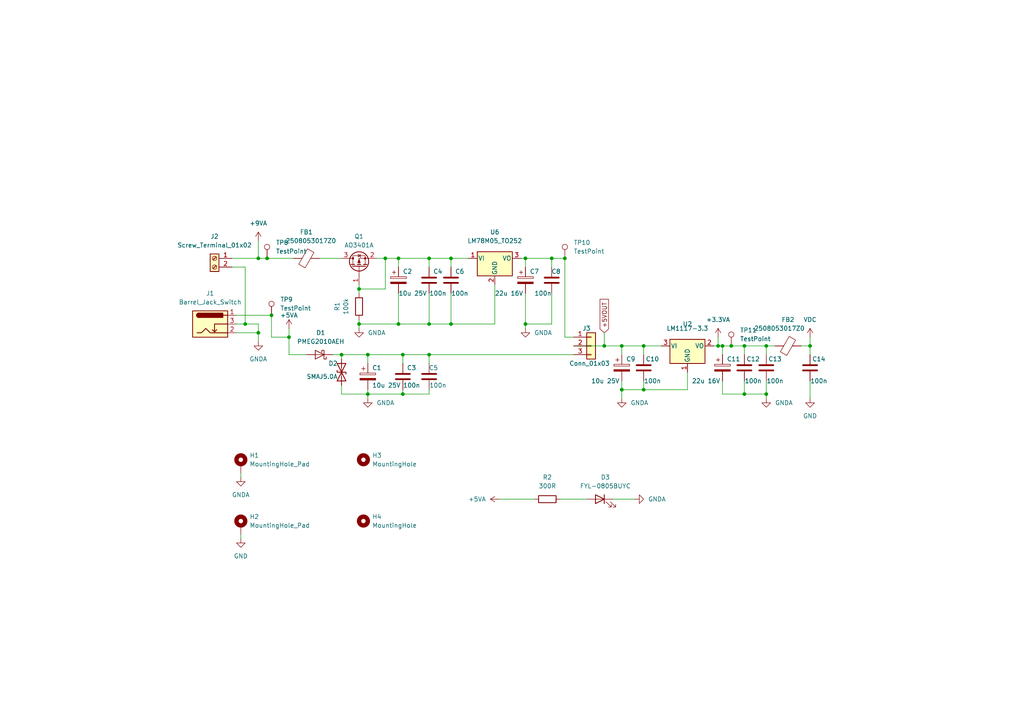
<source format=kicad_sch>
(kicad_sch (version 20211123) (generator eeschema)
  (paper "A4")
  (lib_symbols
    (symbol "Connector:Barrel_Jack_Switch" (pin_names hide)
      (property "Reference" "J" (at 0 5.334 0))
      (property "Value" "Barrel_Jack_Switch" (at 0 -5.08 0))
      (symbol "Barrel_Jack_Switch_0_1"
        (rectangle (start -5.08 3.81) (end 5.08 -3.81) (stroke (width 0.254)) (fill (type background)))
        (arc (start -3.302 3.175) (mid -3.937 2.54) (end -3.302 1.905) (stroke (width 0.254)))
        (arc (start -3.302 3.175) (mid -3.937 2.54) (end -3.302 1.905) (stroke (width 0.254)) (fill (type outline)))
        (polyline (pts (xy 1.27 -2.286) (xy 1.905 -1.651)) (stroke (width 0.254)))
        (polyline (pts (xy 5.08 2.54) (xy 3.81 2.54)) (stroke (width 0.254)))
        (polyline (pts (xy 5.08 0) (xy 1.27 0) (xy 1.27 -2.286) (xy 0.635 -1.651)) (stroke (width 0.254)))
        (polyline (pts (xy -3.81 -2.54) (xy -2.54 -2.54) (xy -1.27 -1.27) (xy 0 -2.54) (xy 2.54 -2.54) (xy 5.08 -2.54)) (stroke (width 0.254)))
        (rectangle (start 3.683 3.175) (end -3.302 1.905) (stroke (width 0.254)) (fill (type outline)))
      )
      (symbol "Barrel_Jack_Switch_1_1"
        (pin passive line (at 7.62 2.54 180) (length 2.54) (name "~") (number "1"))
        (pin passive line (at 7.62 -2.54 180) (length 2.54) (name "~") (number "2"))
        (pin passive line (at 7.62 0 180) (length 2.54) (name "~") (number "3"))
      )
    )
    (symbol "Connector:Screw_Terminal_01x02" (pin_names (offset 1.016) hide)
      (property "Reference" "J" (at 0 2.54 0))
      (property "Value" "Screw_Terminal_01x02" (at 0 -5.08 0))
      (symbol "Screw_Terminal_01x02_1_1"
        (rectangle (start -1.27 1.27) (end 1.27 -3.81) (stroke (width 0.254)) (fill (type background)))
        (circle (center 0 -2.54) (radius 0.635) (stroke (width 0.1524)))
        (polyline (pts (xy -0.5334 -2.2098) (xy 0.3302 -3.048)) (stroke (width 0.1524)))
        (polyline (pts (xy -0.5334 0.3302) (xy 0.3302 -0.508)) (stroke (width 0.1524)))
        (polyline (pts (xy -0.3556 -2.032) (xy 0.508 -2.8702)) (stroke (width 0.1524)))
        (polyline (pts (xy -0.3556 0.508) (xy 0.508 -0.3302)) (stroke (width 0.1524)))
        (circle (center 0 0) (radius 0.635) (stroke (width 0.1524)))
        (pin passive line (at -5.08 0 0) (length 3.81) (name "Pin_1") (number "1"))
        (pin passive line (at -5.08 -2.54 0) (length 3.81) (name "Pin_2") (number "2"))
      )
    )
    (symbol "Connector:TestPoint" (pin_numbers hide) (pin_names (offset 0.762) hide)
      (property "Reference" "TP" (at 0 6.858 0))
      (property "Value" "TestPoint" (at 0 5.08 0))
      (symbol "TestPoint_0_1"
        (circle (center 0 3.302) (radius 0.762))
      )
      (symbol "TestPoint_1_1"
        (pin passive line (at 0 0 90) (length 2.54) (name "1") (number "1"))
      )
    )
    (symbol "Connector_Generic:Conn_01x03" (pin_names (offset 1.016) hide)
      (property "Reference" "J" (at 0 5.08 0))
      (property "Value" "Conn_01x03" (at 0 -5.08 0))
      (symbol "Conn_01x03_1_1"
        (rectangle (start -1.27 -2.413) (end 0 -2.667) (stroke (width 0.1524)))
        (rectangle (start -1.27 0.127) (end 0 -0.127) (stroke (width 0.1524)))
        (rectangle (start -1.27 2.667) (end 0 2.413) (stroke (width 0.1524)))
        (rectangle (start -1.27 3.81) (end 1.27 -3.81) (stroke (width 0.254)) (fill (type background)))
        (pin passive line (at -5.08 2.54 0) (length 3.81) (name "Pin_1") (number "1"))
        (pin passive line (at -5.08 0 0) (length 3.81) (name "Pin_2") (number "2"))
        (pin passive line (at -5.08 -2.54 0) (length 3.81) (name "Pin_3") (number "3"))
      )
    )
    (symbol "Device:C" (pin_numbers hide) (pin_names (offset 0.254))
      (property "Reference" "C" (at 0.635 2.54 0))
      (property "Value" "C" (at 0.635 -2.54 0))
      (symbol "C_0_1"
        (polyline (pts (xy -2.032 -0.762) (xy 2.032 -0.762)) (stroke (width 0.508)))
        (polyline (pts (xy -2.032 0.762) (xy 2.032 0.762)) (stroke (width 0.508)))
      )
      (symbol "C_1_1"
        (pin passive line (at 0 3.81 270) (length 2.794) (name "~") (number "1"))
        (pin passive line (at 0 -3.81 90) (length 2.794) (name "~") (number "2"))
      )
    )
    (symbol "Device:C_Polarized" (pin_numbers hide) (pin_names (offset 0.254))
      (property "Reference" "C" (at 0.635 2.54 0))
      (property "Value" "C_Polarized" (at 0.635 -2.54 0))
      (symbol "C_Polarized_0_1"
        (rectangle (start -2.286 0.508) (end 2.286 1.016))
        (polyline (pts (xy -1.778 2.286) (xy -0.762 2.286)))
        (polyline (pts (xy -1.27 2.794) (xy -1.27 1.778)))
        (rectangle (start 2.286 -0.508) (end -2.286 -1.016) (fill (type outline)))
      )
      (symbol "C_Polarized_1_1"
        (pin passive line (at 0 3.81 270) (length 2.794) (name "~") (number "1"))
        (pin passive line (at 0 -3.81 90) (length 2.794) (name "~") (number "2"))
      )
    )
    (symbol "Device:D_TVS" (pin_numbers hide) (pin_names (offset 1.016) hide)
      (property "Reference" "D" (at 0 2.54 0))
      (property "Value" "D_TVS" (at 0 -2.54 0))
      (symbol "D_TVS_0_1"
        (polyline (pts (xy 1.27 0) (xy -1.27 0)))
        (polyline (pts (xy 0.508 1.27) (xy 0 1.27) (xy 0 -1.27) (xy -0.508 -1.27)) (stroke (width 0.254)))
        (polyline (pts (xy -2.54 1.27) (xy -2.54 -1.27) (xy 2.54 1.27) (xy 2.54 -1.27) (xy -2.54 1.27)) (stroke (width 0.254)))
      )
      (symbol "D_TVS_1_1"
        (pin passive line (at -3.81 0 0) (length 2.54) (name "A1") (number "1"))
        (pin passive line (at 3.81 0 180) (length 2.54) (name "A2") (number "2"))
      )
    )
    (symbol "Device:FerriteBead" (pin_numbers hide) (pin_names (offset 0))
      (property "Reference" "FB" (at -3.81 0.635 90))
      (property "Value" "FerriteBead" (at 3.81 0 90))
      (symbol "FerriteBead_0_1"
        (polyline (pts (xy 0 -1.27) (xy 0 -1.2192)))
        (polyline (pts (xy 0 1.27) (xy 0 1.2954)))
        (polyline (pts (xy -2.7686 0.4064) (xy -1.7018 2.2606) (xy 2.7686 -0.3048) (xy 1.6764 -2.159) (xy -2.7686 0.4064)))
      )
      (symbol "FerriteBead_1_1"
        (pin passive line (at 0 3.81 270) (length 2.54) (name "~") (number "1"))
        (pin passive line (at 0 -3.81 90) (length 2.54) (name "~") (number "2"))
      )
    )
    (symbol "Device:LED" (pin_numbers hide) (pin_names (offset 1.016) hide)
      (property "Reference" "D" (at 0 2.54 0))
      (property "Value" "LED" (at 0 -2.54 0))
      (symbol "LED_0_1"
        (polyline (pts (xy -1.27 -1.27) (xy -1.27 1.27)) (stroke (width 0.254)))
        (polyline (pts (xy -1.27 0) (xy 1.27 0)))
        (polyline (pts (xy 1.27 -1.27) (xy 1.27 1.27) (xy -1.27 0) (xy 1.27 -1.27)) (stroke (width 0.254)))
        (polyline (pts (xy -3.048 -0.762) (xy -4.572 -2.286) (xy -3.81 -2.286) (xy -4.572 -2.286) (xy -4.572 -1.524)))
        (polyline (pts (xy -1.778 -0.762) (xy -3.302 -2.286) (xy -2.54 -2.286) (xy -3.302 -2.286) (xy -3.302 -1.524)))
      )
      (symbol "LED_1_1"
        (pin passive line (at -3.81 0 0) (length 2.54) (name "K") (number "1"))
        (pin passive line (at 3.81 0 180) (length 2.54) (name "A") (number "2"))
      )
    )
    (symbol "Device:R" (pin_numbers hide) (pin_names (offset 0))
      (property "Reference" "R" (at 2.032 0 90))
      (property "Value" "R" (at 0 0 90))
      (symbol "R_0_1"
        (rectangle (start -1.016 -2.54) (end 1.016 2.54) (stroke (width 0.254)))
      )
      (symbol "R_1_1"
        (pin passive line (at 0 3.81 270) (length 1.27) (name "~") (number "1"))
        (pin passive line (at 0 -3.81 90) (length 1.27) (name "~") (number "2"))
      )
    )
    (symbol "Diode:PMEG2010AEH" (pin_numbers hide) (pin_names hide)
      (property "Reference" "D" (at 0 2.54 0))
      (property "Value" "PMEG2010AEH" (at 0 -2.54 0))
      (symbol "PMEG2010AEH_0_1"
        (polyline (pts (xy 1.27 0) (xy -1.27 0)))
        (polyline (pts (xy 1.27 1.27) (xy 1.27 -1.27) (xy -1.27 0) (xy 1.27 1.27)) (stroke (width 0.2032)))
        (polyline (pts (xy -1.905 0.635) (xy -1.905 1.27) (xy -1.27 1.27) (xy -1.27 -1.27) (xy -0.635 -1.27) (xy -0.635 -0.635)) (stroke (width 0.2032)))
      )
      (symbol "PMEG2010AEH_1_1"
        (pin passive line (at -3.81 0 0) (length 2.54) (name "K") (number "1"))
        (pin passive line (at 3.81 0 180) (length 2.54) (name "A") (number "2"))
      )
    )
    (symbol "Mechanical:MountingHole" (pin_names (offset 1.016))
      (property "Reference" "H" (at 0 5.08 0))
      (property "Value" "MountingHole" (at 0 3.175 0))
      (symbol "MountingHole_0_1"
        (circle (center 0 0) (radius 1.27) (stroke (width 1.27)))
      )
    )
    (symbol "Mechanical:MountingHole_Pad" (pin_numbers hide) (pin_names (offset 1.016) hide)
      (property "Reference" "H" (at 0 6.35 0))
      (property "Value" "MountingHole_Pad" (at 0 4.445 0))
      (symbol "MountingHole_Pad_0_1"
        (circle (center 0 1.27) (radius 1.27) (stroke (width 1.27)))
      )
      (symbol "MountingHole_Pad_1_1"
        (pin input line (at 0 -2.54 90) (length 2.54) (name "1") (number "1"))
      )
    )
    (symbol "Regulator_Linear:LM1117-3.3" (pin_names (offset 0.254))
      (property "Reference" "U" (at -3.81 3.175 0))
      (property "Value" "LM1117-3.3" (at 0 3.175 0))
      (symbol "LM1117-3.3_0_1"
        (rectangle (start -5.08 -5.08) (end 5.08 1.905) (stroke (width 0.254)) (fill (type background)))
      )
      (symbol "LM1117-3.3_1_1"
        (pin power_in line (at 0 -7.62 90) (length 2.54) (name "GND") (number "1"))
        (pin power_out line (at 7.62 0 180) (length 2.54) (name "VO") (number "2"))
        (pin power_in line (at -7.62 0 0) (length 2.54) (name "VI") (number "3"))
      )
    )
    (symbol "Regulator_Linear:LM78M05_TO252" (pin_names (offset 0.254))
      (property "Reference" "U" (at -3.81 3.175 0))
      (property "Value" "LM78M05_TO252" (at 0 3.175 0))
      (symbol "LM78M05_TO252_0_1"
        (rectangle (start -5.08 1.905) (end 5.08 -5.08) (stroke (width 0.254)) (fill (type background)))
      )
      (symbol "LM78M05_TO252_1_1"
        (pin power_in line (at -7.62 0 0) (length 2.54) (name "VI") (number "1"))
        (pin power_in line (at 0 -7.62 90) (length 2.54) (name "GND") (number "2"))
        (pin power_out line (at 7.62 0 180) (length 2.54) (name "VO") (number "3"))
      )
    )
    (symbol "Transistor_FET:AO3401A" (pin_names hide)
      (property "Reference" "Q" (at 5.08 1.905 0))
      (property "Value" "AO3401A" (at 5.08 0 0))
      (symbol "AO3401A_0_1"
        (polyline (pts (xy 0.254 0) (xy -2.54 0)))
        (polyline (pts (xy 0.254 1.905) (xy 0.254 -1.905)) (stroke (width 0.254)))
        (polyline (pts (xy 0.762 -1.27) (xy 0.762 -2.286)) (stroke (width 0.254)))
        (polyline (pts (xy 0.762 0.508) (xy 0.762 -0.508)) (stroke (width 0.254)))
        (polyline (pts (xy 0.762 2.286) (xy 0.762 1.27)) (stroke (width 0.254)))
        (polyline (pts (xy 2.54 2.54) (xy 2.54 1.778)))
        (polyline (pts (xy 2.54 -2.54) (xy 2.54 0) (xy 0.762 0)))
        (polyline (pts (xy 0.762 1.778) (xy 3.302 1.778) (xy 3.302 -1.778) (xy 0.762 -1.778)))
        (polyline (pts (xy 2.286 0) (xy 1.27 0.381) (xy 1.27 -0.381) (xy 2.286 0)) (fill (type outline)))
        (polyline (pts (xy 2.794 -0.508) (xy 2.921 -0.381) (xy 3.683 -0.381) (xy 3.81 -0.254)))
        (polyline (pts (xy 3.302 -0.381) (xy 2.921 0.254) (xy 3.683 0.254) (xy 3.302 -0.381)))
        (circle (center 1.651 0) (radius 2.794) (stroke (width 0.254)))
        (circle (center 2.54 -1.778) (radius 0.254) (fill (type outline)))
        (circle (center 2.54 1.778) (radius 0.254) (fill (type outline)))
      )
      (symbol "AO3401A_1_1"
        (pin input line (at -5.08 0 0) (length 2.54) (name "G") (number "1"))
        (pin passive line (at 2.54 -5.08 90) (length 2.54) (name "S") (number "2"))
        (pin passive line (at 2.54 5.08 270) (length 2.54) (name "D") (number "3"))
      )
    )
    (symbol "power:+3.3VA" (power) (pin_names (offset 0))
      (property "Value" "+3.3VA" (at 0 3.556 0))
      (symbol "+3.3VA_0_1"
        (polyline (pts (xy -0.762 1.27) (xy 0 2.54)))
        (polyline (pts (xy 0 0) (xy 0 2.54)))
        (polyline (pts (xy 0 2.54) (xy 0.762 1.27)))
      )
      (symbol "+3.3VA_1_1"
        (pin power_in line (at 0 0 90) (length 0) hide (name "+3.3VA") (number "1"))
      )
    )
    (symbol "power:+5VA" (power) (pin_names (offset 0))
      (property "Value" "+5VA" (at 0 3.556 0))
      (symbol "+5VA_0_1"
        (polyline (pts (xy -0.762 1.27) (xy 0 2.54)))
        (polyline (pts (xy 0 0) (xy 0 2.54)))
        (polyline (pts (xy 0 2.54) (xy 0.762 1.27)))
      )
      (symbol "+5VA_1_1"
        (pin power_in line (at 0 0 90) (length 0) hide (name "+5VA") (number "1"))
      )
    )
    (symbol "power:+9VA" (power) (pin_names (offset 0))
      (property "Value" "+9VA" (at 0 3.81 0))
      (symbol "+9VA_0_1"
        (polyline (pts (xy -0.762 1.27) (xy 0 2.54)))
        (polyline (pts (xy 0 0) (xy 0 2.54)))
        (polyline (pts (xy 0 2.54) (xy 0.762 1.27)))
      )
      (symbol "+9VA_1_1"
        (pin power_in line (at 0 0 90) (length 0) hide (name "+9VA") (number "1"))
      )
    )
    (symbol "power:GND" (power) (pin_names (offset 0))
      (property "Value" "GND" (at 0 -3.81 0))
      (symbol "GND_0_1"
        (polyline (pts (xy 0 0) (xy 0 -1.27) (xy 1.27 -1.27) (xy 0 -2.54) (xy -1.27 -1.27) (xy 0 -1.27)))
      )
      (symbol "GND_1_1"
        (pin power_in line (at 0 0 270) (length 0) hide (name "GND") (number "1"))
      )
    )
    (symbol "power:GNDA" (power) (pin_names (offset 0))
      (property "Value" "GNDA" (at 0 -3.81 0))
      (symbol "GNDA_0_1"
        (polyline (pts (xy 0 0) (xy 0 -1.27) (xy 1.27 -1.27) (xy 0 -2.54) (xy -1.27 -1.27) (xy 0 -1.27)))
      )
      (symbol "GNDA_1_1"
        (pin power_in line (at 0 0 270) (length 0) hide (name "GNDA") (number "1"))
      )
    )
    (symbol "power:VDC" (power) (pin_names (offset 0))
      (property "Value" "VDC" (at 0 6.35 0))
      (symbol "VDC_0_1"
        (polyline (pts (xy -0.762 1.27) (xy 0 2.54)))
        (polyline (pts (xy 0 0) (xy 0 2.54)))
        (polyline (pts (xy 0 2.54) (xy 0.762 1.27)))
      )
      (symbol "VDC_1_1"
        (pin power_in line (at 0 0 90) (length 0) hide (name "VDC") (number "1"))
      )
    )
  )
  (junction (at 77.47 74.93))
  (junction (at 115.57 93.98))
  (junction (at 116.84 102.87))
  (junction (at 152.4 93.98))
  (junction (at 186.69 113.03))
  (junction (at 74.93 96.52))
  (junction (at 152.4 74.93))
  (junction (at 115.57 74.93))
  (junction (at 71.12 93.98))
  (junction (at 83.82 97.79))
  (junction (at 209.55 100.33))
  (junction (at 130.81 74.93))
  (junction (at 186.69 100.33))
  (junction (at 215.9 100.33))
  (junction (at 104.14 93.98))
  (junction (at 175.26 100.33))
  (junction (at 124.46 102.87))
  (junction (at 212.09 100.33))
  (junction (at 163.83 74.93))
  (junction (at 215.9 114.3))
  (junction (at 106.68 114.3))
  (junction (at 111.76 74.93))
  (junction (at 130.81 93.98))
  (junction (at 78.74 91.44))
  (junction (at 104.14 83.82))
  (junction (at 234.95 100.33))
  (junction (at 124.46 74.93))
  (junction (at 106.68 102.87))
  (junction (at 180.34 113.03))
  (junction (at 160.02 74.93))
  (junction (at 222.25 100.33))
  (junction (at 116.84 114.3))
  (junction (at 222.25 114.3))
  (junction (at 74.93 74.93))
  (junction (at 208.28 100.33))
  (junction (at 99.06 102.87))
  (junction (at 124.46 93.98))
  (junction (at 180.34 100.33))
  (wire (pts (xy 124.46 93.98) (xy 115.57 93.98)))
  (wire (pts (xy 180.34 100.33) (xy 186.69 100.33)))
  (wire (pts (xy 92.71 74.93) (xy 99.06 74.93)))
  (wire (pts (xy 186.69 100.33) (xy 191.77 100.33)))
  (wire (pts (xy 130.81 74.93) (xy 130.81 77.47)))
  (wire (pts (xy 71.12 77.47) (xy 71.12 93.98)))
  (wire (pts (xy 209.55 114.3) (xy 215.9 114.3)))
  (wire (pts (xy 83.82 102.87) (xy 83.82 97.79)))
  (wire (pts (xy 152.4 85.09) (xy 152.4 93.98)))
  (wire (pts (xy 180.34 113.03) (xy 180.34 115.57)))
  (wire (pts (xy 111.76 74.93) (xy 115.57 74.93)))
  (wire (pts (xy 116.84 113.03) (xy 116.84 114.3)))
  (wire (pts (xy 234.95 97.79) (xy 234.95 100.33)))
  (wire (pts (xy 143.51 82.55) (xy 143.51 93.98)))
  (wire (pts (xy 199.39 113.03) (xy 186.69 113.03)))
  (wire (pts (xy 212.09 100.33) (xy 215.9 100.33)))
  (wire (pts (xy 234.95 102.87) (xy 234.95 100.33)))
  (wire (pts (xy 78.74 97.79) (xy 83.82 97.79)))
  (wire (pts (xy 186.69 100.33) (xy 186.69 102.87)))
  (wire (pts (xy 186.69 113.03) (xy 180.34 113.03)))
  (wire (pts (xy 83.82 97.79) (xy 83.82 95.25)))
  (wire (pts (xy 186.69 110.49) (xy 186.69 113.03)))
  (wire (pts (xy 163.83 97.79) (xy 166.37 97.79)))
  (wire (pts (xy 124.46 74.93) (xy 115.57 74.93)))
  (wire (pts (xy 222.25 100.33) (xy 222.25 102.87)))
  (wire (pts (xy 83.82 102.87) (xy 88.9 102.87)))
  (wire (pts (xy 180.34 110.49) (xy 180.34 113.03)))
  (wire (pts (xy 124.46 102.87) (xy 166.37 102.87)))
  (wire (pts (xy 124.46 102.87) (xy 124.46 105.41)))
  (wire (pts (xy 209.55 100.33) (xy 209.55 102.87)))
  (wire (pts (xy 160.02 74.93) (xy 160.02 77.47)))
  (wire (pts (xy 208.28 100.33) (xy 209.55 100.33)))
  (wire (pts (xy 99.06 102.87) (xy 96.52 102.87)))
  (wire (pts (xy 152.4 74.93) (xy 160.02 74.93)))
  (wire (pts (xy 115.57 85.09) (xy 115.57 93.98)))
  (wire (pts (xy 74.93 93.98) (xy 74.93 96.52)))
  (wire (pts (xy 152.4 74.93) (xy 152.4 77.47)))
  (wire (pts (xy 130.81 74.93) (xy 135.89 74.93)))
  (wire (pts (xy 104.14 92.71) (xy 104.14 93.98)))
  (wire (pts (xy 215.9 100.33) (xy 215.9 102.87)))
  (wire (pts (xy 67.31 77.47) (xy 71.12 77.47)))
  (wire (pts (xy 124.46 93.98) (xy 130.81 93.98)))
  (wire (pts (xy 116.84 102.87) (xy 124.46 102.87)))
  (wire (pts (xy 124.46 77.47) (xy 124.46 74.93)))
  (wire (pts (xy 151.13 74.93) (xy 152.4 74.93)))
  (wire (pts (xy 124.46 113.03) (xy 124.46 114.3)))
  (wire (pts (xy 69.85 154.94) (xy 69.85 156.21)))
  (wire (pts (xy 74.93 96.52) (xy 74.93 99.06)))
  (wire (pts (xy 222.25 114.3) (xy 222.25 115.57)))
  (wire (pts (xy 175.26 96.52) (xy 175.26 100.33)))
  (wire (pts (xy 215.9 100.33) (xy 222.25 100.33)))
  (wire (pts (xy 99.06 114.3) (xy 106.68 114.3)))
  (wire (pts (xy 99.06 104.14) (xy 99.06 102.87)))
  (wire (pts (xy 234.95 110.49) (xy 234.95 115.57)))
  (wire (pts (xy 68.58 93.98) (xy 71.12 93.98)))
  (wire (pts (xy 130.81 85.09) (xy 130.81 93.98)))
  (wire (pts (xy 109.22 74.93) (xy 111.76 74.93)))
  (wire (pts (xy 124.46 85.09) (xy 124.46 93.98)))
  (wire (pts (xy 77.47 74.93) (xy 85.09 74.93)))
  (wire (pts (xy 74.93 69.85) (xy 74.93 74.93)))
  (wire (pts (xy 162.56 144.78) (xy 170.18 144.78)))
  (wire (pts (xy 115.57 93.98) (xy 104.14 93.98)))
  (wire (pts (xy 234.95 100.33) (xy 232.41 100.33)))
  (wire (pts (xy 106.68 102.87) (xy 106.68 105.41)))
  (wire (pts (xy 215.9 114.3) (xy 222.25 114.3)))
  (wire (pts (xy 68.58 96.52) (xy 74.93 96.52)))
  (wire (pts (xy 104.14 82.55) (xy 104.14 83.82)))
  (wire (pts (xy 215.9 110.49) (xy 215.9 114.3)))
  (wire (pts (xy 163.83 74.93) (xy 163.83 97.79)))
  (wire (pts (xy 209.55 110.49) (xy 209.55 114.3)))
  (wire (pts (xy 116.84 102.87) (xy 116.84 105.41)))
  (wire (pts (xy 144.78 144.78) (xy 154.94 144.78)))
  (wire (pts (xy 104.14 83.82) (xy 104.14 85.09)))
  (wire (pts (xy 130.81 93.98) (xy 143.51 93.98)))
  (wire (pts (xy 160.02 74.93) (xy 163.83 74.93)))
  (wire (pts (xy 69.85 137.16) (xy 69.85 138.43)))
  (wire (pts (xy 208.28 97.79) (xy 208.28 100.33)))
  (wire (pts (xy 199.39 107.95) (xy 199.39 113.03)))
  (wire (pts (xy 222.25 100.33) (xy 224.79 100.33)))
  (wire (pts (xy 177.8 144.78) (xy 184.15 144.78)))
  (wire (pts (xy 74.93 74.93) (xy 77.47 74.93)))
  (wire (pts (xy 111.76 74.93) (xy 111.76 83.82)))
  (wire (pts (xy 209.55 100.33) (xy 212.09 100.33)))
  (wire (pts (xy 222.25 110.49) (xy 222.25 114.3)))
  (wire (pts (xy 116.84 114.3) (xy 124.46 114.3)))
  (wire (pts (xy 160.02 93.98) (xy 152.4 93.98)))
  (wire (pts (xy 68.58 91.44) (xy 78.74 91.44)))
  (wire (pts (xy 124.46 74.93) (xy 130.81 74.93)))
  (wire (pts (xy 180.34 100.33) (xy 180.34 102.87)))
  (wire (pts (xy 152.4 93.98) (xy 152.4 95.25)))
  (wire (pts (xy 99.06 102.87) (xy 106.68 102.87)))
  (wire (pts (xy 106.68 114.3) (xy 106.68 115.57)))
  (wire (pts (xy 78.74 91.44) (xy 78.74 97.79)))
  (wire (pts (xy 116.84 102.87) (xy 106.68 102.87)))
  (wire (pts (xy 116.84 114.3) (xy 106.68 114.3)))
  (wire (pts (xy 106.68 113.03) (xy 106.68 114.3)))
  (wire (pts (xy 111.76 83.82) (xy 104.14 83.82)))
  (wire (pts (xy 208.28 100.33) (xy 207.01 100.33)))
  (wire (pts (xy 99.06 111.76) (xy 99.06 114.3)))
  (wire (pts (xy 166.37 100.33) (xy 175.26 100.33)))
  (wire (pts (xy 104.14 93.98) (xy 104.14 95.25)))
  (wire (pts (xy 175.26 100.33) (xy 180.34 100.33)))
  (wire (pts (xy 67.31 74.93) (xy 74.93 74.93)))
  (wire (pts (xy 115.57 77.47) (xy 115.57 74.93)))
  (wire (pts (xy 71.12 93.98) (xy 74.93 93.98)))
  (wire (pts (xy 160.02 85.09) (xy 160.02 93.98)))
  (global_label "+5VOUT" (shape input) (at 175.26 96.52 90) (effects (font (size 1.2446 1.2446))) (property "Intersheet References" "${INTERSHEET_REFS}" (effects hide)))
  (symbol (lib_id "power:GNDA") (at 180.34 115.57 0) (unit 1)
    (property "Reference" "#PWR09" (effects hide))
    (property "Value" "GNDA" (at 182.88 116.8399 0) (effects (justify left)))
  )
  (symbol (lib_id "Connector:TestPoint") (at 212.09 100.33 0) (unit 1)
    (property "Reference" "TP11" (at 214.63 95.7579 0) (effects (justify left)))
    (property "Value" "TestPoint" (at 214.63 98.2979 0) (effects (justify left)))
    (property "Footprint" "TestPoint:TestPoint_Pad_D1.0mm" (effects hide))
  )
  (symbol (lib_id "Device:LED") (at 173.99 144.78 0) (mirror y) (unit 1)
    (property "Reference" "D3" (at 175.5775 138.43 0))
    (property "Value" "FYL-0805BUYC" (at 175.5775 140.97 0))
    (property "Footprint" "LED_SMD:LED_0805_2012Metric" (effects hide))
  )
  (symbol (lib_id "Mechanical:MountingHole_Pad") (at 69.85 134.62 0) (unit 1)
    (property "Reference" "H1" (at 72.39 132.0799 0) (effects (justify left)))
    (property "Value" "MountingHole_Pad" (at 72.39 134.6199 0) (effects (justify left)))
    (property "Footprint" "MountingHole:MountingHole_2.5mm_Pad" (effects hide))
  )
  (symbol (lib_id "power:GND") (at 234.95 115.57 0) (unit 1)
    (property "Reference" "#PWR014" (effects hide))
    (property "Value" "GND" (at 234.95 120.65 0))
  )
  (symbol (lib_id "Connector:Screw_Terminal_01x02") (at 62.23 74.93 0) (mirror y) (unit 1)
    (property "Reference" "J2" (at 62.23 68.58 0))
    (property "Value" "Screw_Terminal_01x02" (at 62.23 71.12 0))
    (property "Footprint" "Connector_Phoenix_MC:PhoenixContact_MC_1,5_2-G-3.81_1x02_P3.81mm_Horizontal" (effects hide))
  )
  (symbol (lib_id "power:GNDA") (at 106.68 115.57 0) (unit 1)
    (property "Reference" "#PWR06" (effects hide))
    (property "Value" "GNDA" (at 109.22 116.8399 0) (effects (justify left)))
  )
  (symbol (lib_id "power:GNDA") (at 184.15 144.78 90) (unit 1)
    (property "Reference" "#PWR010" (effects hide))
    (property "Value" "GNDA" (at 187.96 144.7799 90) (effects (justify right)))
  )
  (symbol (lib_id "Device:C") (at 116.84 109.22 0) (unit 1)
    (property "Reference" "C3" (at 119.38 106.68 0))
    (property "Value" "100n" (at 119.38 111.76 0))
    (property "Footprint" "Capacitor_SMD:C_0805_2012Metric" (effects hide))
  )
  (symbol (lib_id "power:+5VA") (at 144.78 144.78 90) (unit 1)
    (property "Reference" "#PWR07" (effects hide))
    (property "Value" "+5VA" (at 140.97 144.7799 90) (effects (justify left)))
  )
  (symbol (lib_id "Connector:TestPoint") (at 163.83 74.93 0) (unit 1)
    (property "Reference" "TP10" (at 166.37 70.3579 0) (effects (justify left)))
    (property "Value" "TestPoint" (at 166.37 72.8979 0) (effects (justify left)))
    (property "Footprint" "TestPoint:TestPoint_Pad_D1.0mm" (effects hide))
  )
  (symbol (lib_id "Regulator_Linear:LM78M05_TO252") (at 143.51 74.93 0) (unit 1)
    (property "Reference" "U6" (at 143.51 67.31 0))
    (property "Value" "LM78M05_TO252" (at 143.51 69.85 0))
    (property "Footprint" "Package_TO_SOT_SMD:TO-252-2" (effects hide))
    (property "Datasheet" "https://www.onsemi.com/pub/Collateral/MC78M00-D.PDF" (effects hide))
  )
  (symbol (lib_id "Device:C") (at 186.69 106.68 0) (unit 1)
    (property "Reference" "C10" (at 189.23 104.14 0))
    (property "Value" "100n" (at 189.23 110.49 0))
    (property "Footprint" "Capacitor_SMD:C_0805_2012Metric" (effects hide))
  )
  (symbol (lib_id "power:VDC") (at 234.95 97.79 0) (unit 1)
    (property "Reference" "#PWR013" (effects hide))
    (property "Value" "VDC" (at 234.95 92.71 0))
  )
  (symbol (lib_id "Mechanical:MountingHole_Pad") (at 69.85 152.4 0) (unit 1)
    (property "Reference" "H2" (at 72.39 149.8599 0) (effects (justify left)))
    (property "Value" "MountingHole_Pad" (at 72.39 152.3999 0) (effects (justify left)))
    (property "Footprint" "MountingHole:MountingHole_2.5mm_Pad" (effects hide))
  )
  (symbol (lib_id "Device:C") (at 215.9 106.68 0) (unit 1)
    (property "Reference" "C12" (at 218.44 104.14 0))
    (property "Value" "100n" (at 218.44 110.49 0))
    (property "Footprint" "Capacitor_SMD:C_0805_2012Metric" (effects hide))
  )
  (symbol (lib_id "Device:C") (at 124.46 109.22 0) (unit 1)
    (property "Reference" "C5" (at 125.73 106.68 0))
    (property "Value" "100n" (at 127 111.76 0))
    (property "Footprint" "Capacitor_SMD:C_0805_2012Metric" (effects hide))
  )
  (symbol (lib_id "Diode:PMEG2010AEH") (at 92.71 102.87 180) (unit 1)
    (property "Reference" "D1" (at 93.0275 96.52 0))
    (property "Value" "PMEG2010AEH" (at 93.0275 99.06 0))
    (property "Footprint" "Diode_SMD:D_SOD-123F" (effects hide))
    (property "Datasheet" "https://assets.nexperia.com/documents/data-sheet/PMEG2010AEH_PMEG2010AET.pdf" (effects hide))
  )
  (symbol (lib_id "Device:D_TVS") (at 99.06 107.95 90) (unit 1)
    (property "Reference" "D2" (at 95.25 105.41 90) (effects (justify right)))
    (property "Value" "SMAJ5.0A" (at 88.9 109.22 90) (effects (justify right)))
    (property "Footprint" "Diode_SMD:D_SMA" (effects hide))
  )
  (symbol (lib_id "Device:C_Polarized") (at 152.4 81.28 0) (unit 1)
    (property "Reference" "C7" (at 153.67 78.74 0) (effects (justify left)))
    (property "Value" "22u 16V" (at 143.51 85.09 0) (effects (justify left)))
    (property "Footprint" "Capacitor_SMD:CP_Elec_6.3x5.4" (effects hide))
  )
  (symbol (lib_id "Device:C_Polarized") (at 106.68 109.22 0) (unit 1)
    (property "Reference" "C1" (at 107.95 106.68 0) (effects (justify left)))
    (property "Value" "10u 25V" (at 107.95 111.76 0) (effects (justify left)))
    (property "Footprint" "Capacitor_SMD:CP_Elec_4x5.4" (effects hide))
  )
  (symbol (lib_id "power:GNDA") (at 222.25 115.57 0) (unit 1)
    (property "Reference" "#PWR012" (effects hide))
    (property "Value" "GNDA" (at 224.79 116.8399 0) (effects (justify left)))
  )
  (symbol (lib_id "power:+3.3VA") (at 208.28 97.79 0) (unit 1)
    (property "Reference" "#PWR011" (effects hide))
    (property "Value" "+3.3VA" (at 208.28 92.71 0))
  )
  (symbol (lib_id "power:+9VA") (at 74.93 69.85 0) (unit 1)
    (property "Reference" "#PWR03" (effects hide))
    (property "Value" "+9VA" (at 74.93 64.77 0))
  )
  (symbol (lib_id "Connector:TestPoint") (at 77.47 74.93 0) (unit 1)
    (property "Reference" "TP8" (at 80.01 70.3579 0) (effects (justify left)))
    (property "Value" "TestPoint" (at 80.01 72.8979 0) (effects (justify left)))
    (property "Footprint" "TestPoint:TestPoint_Pad_D1.0mm" (effects hide))
  )
  (symbol (lib_id "Connector:TestPoint") (at 78.74 91.44 0) (unit 1)
    (property "Reference" "TP9" (at 81.28 86.8679 0) (effects (justify left)))
    (property "Value" "TestPoint" (at 81.28 89.4079 0) (effects (justify left)))
    (property "Footprint" "TestPoint:TestPoint_Pad_D1.0mm" (effects hide))
  )
  (symbol (lib_id "Mechanical:MountingHole") (at 105.41 151.13 0) (unit 1)
    (property "Reference" "H4" (at 107.95 149.8599 0) (effects (justify left)))
    (property "Value" "MountingHole" (at 107.95 152.3999 0) (effects (justify left)))
    (property "Footprint" "MountingHole:MountingHole_2.5mm" (effects hide))
  )
  (symbol (lib_id "Device:C") (at 160.02 81.28 0) (unit 1)
    (property "Reference" "C8" (at 161.29 78.74 0))
    (property "Value" "100n" (at 157.48 85.09 0))
    (property "Footprint" "Capacitor_SMD:C_0805_2012Metric" (effects hide))
  )
  (symbol (lib_id "Device:C") (at 124.46 81.28 0) (unit 1)
    (property "Reference" "C4" (at 127 78.74 0))
    (property "Value" "100n" (at 127 85.09 0))
    (property "Footprint" "Capacitor_SMD:C_0805_2012Metric" (effects hide))
  )
  (symbol (lib_id "power:GNDA") (at 152.4 95.25 0) (unit 1)
    (property "Reference" "#PWR08" (effects hide))
    (property "Value" "GNDA" (at 154.94 96.5199 0) (effects (justify left)))
  )
  (symbol (lib_id "Device:C") (at 222.25 106.68 0) (unit 1)
    (property "Reference" "C13" (at 224.79 104.14 0))
    (property "Value" "100n" (at 224.79 110.49 0))
    (property "Footprint" "Capacitor_SMD:C_0805_2012Metric" (effects hide))
  )
  (symbol (lib_id "power:GND") (at 69.85 156.21 0) (unit 1)
    (property "Reference" "#PWR053" (effects hide))
    (property "Value" "GND" (at 69.85 161.29 0))
  )
  (symbol (lib_id "Device:FerriteBead") (at 88.9 74.93 90) (unit 1)
    (property "Reference" "FB1" (at 88.8492 67.31 90))
    (property "Value" "2508053017Z0" (at 90.17 69.85 90))
    (property "Footprint" "Inductor_SMD:L_0805_2012Metric" (effects hide))
  )
  (symbol (lib_id "Device:C_Polarized") (at 115.57 81.28 0) (unit 1)
    (property "Reference" "C2" (at 116.84 78.74 0) (effects (justify left)))
    (property "Value" "10u 25V" (at 115.57 85.09 0) (effects (justify left)))
    (property "Footprint" "Capacitor_SMD:CP_Elec_4x5.4" (effects hide))
  )
  (symbol (lib_id "Device:C_Polarized") (at 180.34 106.68 0) (unit 1)
    (property "Reference" "C9" (at 181.61 104.14 0) (effects (justify left)))
    (property "Value" "10u 25V" (at 171.45 110.49 0) (effects (justify left)))
    (property "Footprint" "Capacitor_SMD:CP_Elec_4x5.4" (effects hide))
  )
  (symbol (lib_id "Device:R") (at 158.75 144.78 90) (unit 1)
    (property "Reference" "R2" (at 158.75 138.43 90))
    (property "Value" "300R" (at 158.75 140.97 90))
    (property "Footprint" "Resistor_SMD:R_0805_2012Metric" (effects hide))
  )
  (symbol (lib_id "power:+5VA") (at 83.82 95.25 0) (unit 1)
    (property "Reference" "#PWR04" (effects hide))
    (property "Value" "+5VA" (at 83.82 91.44 0))
  )
  (symbol (lib_id "power:GNDA") (at 104.14 95.25 0) (unit 1)
    (property "Reference" "#PWR05" (effects hide))
    (property "Value" "GNDA" (at 106.68 96.5199 0) (effects (justify left)))
  )
  (symbol (lib_id "power:GNDA") (at 69.85 138.43 0) (unit 1)
    (property "Reference" "#PWR01" (effects hide))
    (property "Value" "GNDA" (at 69.85 143.51 0))
  )
  (symbol (lib_id "Transistor_FET:AO3401A") (at 104.14 77.47 90) (unit 1)
    (property "Reference" "Q1" (at 104.14 68.58 90))
    (property "Value" "AO3401A" (at 104.14 71.12 90))
    (property "Footprint" "Package_TO_SOT_SMD:SOT-23" (effects hide))
    (property "Datasheet" "http://www.aosmd.com/pdfs/datasheet/AO3401A.pdf" (effects hide))
  )
  (symbol (lib_id "Mechanical:MountingHole") (at 105.41 133.35 0) (unit 1)
    (property "Reference" "H3" (at 107.95 132.0799 0) (effects (justify left)))
    (property "Value" "MountingHole" (at 107.95 134.6199 0) (effects (justify left)))
    (property "Footprint" "MountingHole:MountingHole_2.5mm" (effects hide))
  )
  (symbol (lib_id "Device:C") (at 234.95 106.68 0) (unit 1)
    (property "Reference" "C14" (at 237.49 104.14 0))
    (property "Value" "100n" (at 237.49 110.49 0))
    (property "Footprint" "Capacitor_SMD:C_0805_2012Metric" (effects hide))
  )
  (symbol (lib_id "Device:C") (at 130.81 81.28 0) (unit 1)
    (property "Reference" "C6" (at 133.35 78.74 0))
    (property "Value" "100n" (at 133.35 85.09 0))
    (property "Footprint" "Capacitor_SMD:C_0805_2012Metric" (effects hide))
  )
  (symbol (lib_id "Connector:Barrel_Jack_Switch") (at 60.96 93.98 0) (unit 1)
    (property "Reference" "J1" (at 60.96 85.09 0))
    (property "Value" "Barrel_Jack_Switch" (at 60.96 87.63 0))
    (property "Footprint" "Connector_BarrelJack:BarrelJack_GCT_DCJ200-10-A_Horizontal" (effects hide))
  )
  (symbol (lib_id "Connector_Generic:Conn_01x03") (at 171.45 100.33 0) (unit 1)
    (property "Reference" "J3" (at 168.91 95.25 0) (effects (justify left)))
    (property "Value" "Conn_01x03" (at 165.1 105.41 0) (effects (justify left)))
    (property "Footprint" "Connector_PinHeader_2.54mm:PinHeader_1x03_P2.54mm_Vertical" (effects hide))
  )
  (symbol (lib_id "Device:FerriteBead") (at 228.6 100.33 90) (unit 1)
    (property "Reference" "FB2" (at 228.5492 92.71 90))
    (property "Value" "2508053017Z0" (at 226.06 95.25 90))
    (property "Footprint" "Inductor_SMD:L_0805_2012Metric" (effects hide))
  )
  (symbol (lib_id "power:GNDA") (at 74.93 99.06 0) (unit 1)
    (property "Reference" "#PWR02" (effects hide))
    (property "Value" "GNDA" (at 74.93 104.14 0))
  )
  (symbol (lib_id "Device:C_Polarized") (at 209.55 106.68 0) (unit 1)
    (property "Reference" "C11" (at 210.82 104.14 0) (effects (justify left)))
    (property "Value" "22u 16V" (at 200.66 110.49 0) (effects (justify left)))
    (property "Footprint" "Capacitor_SMD:CP_Elec_6.3x5.4" (effects hide))
  )
  (symbol (lib_id "Regulator_Linear:LM1117-3.3") (at 199.39 100.33 0) (unit 1)
    (property "Reference" "U2" (at 199.39 93.98 0))
    (property "Value" "LM1117-3.3" (at 199.39 95.25 0))
    (property "Footprint" "Package_TO_SOT_SMD:SOT-223" (effects hide))
    (property "Datasheet" "http://www.ti.com/lit/ds/symlink/lm1117.pdf" (effects hide))
  )
  (symbol (lib_id "Device:R") (at 104.14 88.9 180) (unit 1)
    (property "Reference" "R1" (at 97.79 88.9 90))
    (property "Value" "100k" (at 100.33 88.9 90))
    (property "Footprint" "Resistor_SMD:R_0805_2012Metric" (effects hide))
  )
)
</source>
